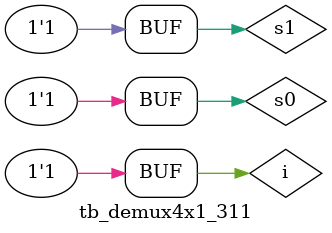
<source format=v>
`timescale 1ns / 1ps


module tb_demux4x1_311;
	reg i;
	reg s0;
	reg s1;
	wire y0_311;
	wire y1_311;
	wire y2_311;
	wire y3_311;
	demux1x4_311 uut (
		.i(i), 
		.s0(s0), 
		.s1(s1), 
		.y0_311(y0_311), 
		.y1_311(y1_311), 
		.y2_311(y2_311), 
		.y3_311(y3_311)
	);
	initial begin
$monitor($time,"i =%b s0=%b s1=%b then y0=%b y1=%b y2=%b y3=%b",i,s0,s1,y0_311,y1_311,y2_311,y3_311);
		i = 1;		s0 = 0;		s1 = 0;
#5
		i = 1;		s0 = 0;		s1 = 1;
#5	
		i = 1;		s0 = 1;		s1 = 0;
#5	
		i = 1;		s0 = 1;		s1 = 1;
#5;
	end
endmodule

</source>
